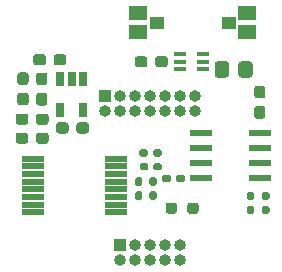
<source format=gbr>
%TF.GenerationSoftware,KiCad,Pcbnew,(5.1.8)-1*%
%TF.CreationDate,2021-11-17T13:18:44-05:00*%
%TF.ProjectId,impedance_measurement,696d7065-6461-46e6-9365-5f6d65617375,rev?*%
%TF.SameCoordinates,Original*%
%TF.FileFunction,Soldermask,Top*%
%TF.FilePolarity,Negative*%
%FSLAX46Y46*%
G04 Gerber Fmt 4.6, Leading zero omitted, Abs format (unit mm)*
G04 Created by KiCad (PCBNEW (5.1.8)-1) date 2021-11-17 13:18:44*
%MOMM*%
%LPD*%
G01*
G04 APERTURE LIST*
%ADD10R,1.000000X0.400000*%
%ADD11R,0.650000X1.220000*%
%ADD12R,1.970000X0.600000*%
%ADD13O,1.000000X1.000000*%
%ADD14R,1.000000X1.000000*%
%ADD15R,1.200000X1.000000*%
%ADD16R,1.500000X1.200000*%
%ADD17R,1.900000X0.480000*%
G04 APERTURE END LIST*
%TO.C,C9*%
G36*
G01*
X132455000Y-105927500D02*
X132455000Y-105452500D01*
G75*
G02*
X132692500Y-105215000I237500J0D01*
G01*
X133292500Y-105215000D01*
G75*
G02*
X133530000Y-105452500I0J-237500D01*
G01*
X133530000Y-105927500D01*
G75*
G02*
X133292500Y-106165000I-237500J0D01*
G01*
X132692500Y-106165000D01*
G75*
G02*
X132455000Y-105927500I0J237500D01*
G01*
G37*
G36*
G01*
X130730000Y-105927500D02*
X130730000Y-105452500D01*
G75*
G02*
X130967500Y-105215000I237500J0D01*
G01*
X131567500Y-105215000D01*
G75*
G02*
X131805000Y-105452500I0J-237500D01*
G01*
X131805000Y-105927500D01*
G75*
G02*
X131567500Y-106165000I-237500J0D01*
G01*
X130967500Y-106165000D01*
G75*
G02*
X130730000Y-105927500I0J237500D01*
G01*
G37*
%TD*%
D10*
%TO.C,S1*%
X136470000Y-105040000D03*
X136470000Y-105690000D03*
X136470000Y-106340000D03*
X134570000Y-106340000D03*
X134570000Y-105690000D03*
X134570000Y-105040000D03*
%TD*%
%TO.C,R11*%
G36*
G01*
X139500000Y-106790001D02*
X139500000Y-105889999D01*
G75*
G02*
X139749999Y-105640000I249999J0D01*
G01*
X140450001Y-105640000D01*
G75*
G02*
X140700000Y-105889999I0J-249999D01*
G01*
X140700000Y-106790001D01*
G75*
G02*
X140450001Y-107040000I-249999J0D01*
G01*
X139749999Y-107040000D01*
G75*
G02*
X139500000Y-106790001I0J249999D01*
G01*
G37*
G36*
G01*
X137500000Y-106790001D02*
X137500000Y-105889999D01*
G75*
G02*
X137749999Y-105640000I249999J0D01*
G01*
X138450001Y-105640000D01*
G75*
G02*
X138700000Y-105889999I0J-249999D01*
G01*
X138700000Y-106790001D01*
G75*
G02*
X138450001Y-107040000I-249999J0D01*
G01*
X137749999Y-107040000D01*
G75*
G02*
X137500000Y-106790001I0J249999D01*
G01*
G37*
%TD*%
%TO.C,C3*%
G36*
G01*
X141082500Y-109445000D02*
X141557500Y-109445000D01*
G75*
G02*
X141795000Y-109682500I0J-237500D01*
G01*
X141795000Y-110282500D01*
G75*
G02*
X141557500Y-110520000I-237500J0D01*
G01*
X141082500Y-110520000D01*
G75*
G02*
X140845000Y-110282500I0J237500D01*
G01*
X140845000Y-109682500D01*
G75*
G02*
X141082500Y-109445000I237500J0D01*
G01*
G37*
G36*
G01*
X141082500Y-107720000D02*
X141557500Y-107720000D01*
G75*
G02*
X141795000Y-107957500I0J-237500D01*
G01*
X141795000Y-108557500D01*
G75*
G02*
X141557500Y-108795000I-237500J0D01*
G01*
X141082500Y-108795000D01*
G75*
G02*
X140845000Y-108557500I0J237500D01*
G01*
X140845000Y-107957500D01*
G75*
G02*
X141082500Y-107720000I237500J0D01*
G01*
G37*
%TD*%
%TO.C,R6*%
G36*
G01*
X132430000Y-116190000D02*
X132110000Y-116190000D01*
G75*
G02*
X131950000Y-116030000I0J160000D01*
G01*
X131950000Y-115635000D01*
G75*
G02*
X132110000Y-115475000I160000J0D01*
G01*
X132430000Y-115475000D01*
G75*
G02*
X132590000Y-115635000I0J-160000D01*
G01*
X132590000Y-116030000D01*
G75*
G02*
X132430000Y-116190000I-160000J0D01*
G01*
G37*
G36*
G01*
X132430000Y-117385000D02*
X132110000Y-117385000D01*
G75*
G02*
X131950000Y-117225000I0J160000D01*
G01*
X131950000Y-116830000D01*
G75*
G02*
X132110000Y-116670000I160000J0D01*
G01*
X132430000Y-116670000D01*
G75*
G02*
X132590000Y-116830000I0J-160000D01*
G01*
X132590000Y-117225000D01*
G75*
G02*
X132430000Y-117385000I-160000J0D01*
G01*
G37*
%TD*%
%TO.C,R5*%
G36*
G01*
X131220000Y-116190000D02*
X130900000Y-116190000D01*
G75*
G02*
X130740000Y-116030000I0J160000D01*
G01*
X130740000Y-115635000D01*
G75*
G02*
X130900000Y-115475000I160000J0D01*
G01*
X131220000Y-115475000D01*
G75*
G02*
X131380000Y-115635000I0J-160000D01*
G01*
X131380000Y-116030000D01*
G75*
G02*
X131220000Y-116190000I-160000J0D01*
G01*
G37*
G36*
G01*
X131220000Y-117385000D02*
X130900000Y-117385000D01*
G75*
G02*
X130740000Y-117225000I0J160000D01*
G01*
X130740000Y-116830000D01*
G75*
G02*
X130900000Y-116670000I160000J0D01*
G01*
X131220000Y-116670000D01*
G75*
G02*
X131380000Y-116830000I0J-160000D01*
G01*
X131380000Y-117225000D01*
G75*
G02*
X131220000Y-117385000I-160000J0D01*
G01*
G37*
%TD*%
%TO.C,R4*%
G36*
G01*
X133770000Y-115410000D02*
X133770000Y-115730000D01*
G75*
G02*
X133610000Y-115890000I-160000J0D01*
G01*
X133215000Y-115890000D01*
G75*
G02*
X133055000Y-115730000I0J160000D01*
G01*
X133055000Y-115410000D01*
G75*
G02*
X133215000Y-115250000I160000J0D01*
G01*
X133610000Y-115250000D01*
G75*
G02*
X133770000Y-115410000I0J-160000D01*
G01*
G37*
G36*
G01*
X134965000Y-115410000D02*
X134965000Y-115730000D01*
G75*
G02*
X134805000Y-115890000I-160000J0D01*
G01*
X134410000Y-115890000D01*
G75*
G02*
X134250000Y-115730000I0J160000D01*
G01*
X134250000Y-115410000D01*
G75*
G02*
X134410000Y-115250000I160000J0D01*
G01*
X134805000Y-115250000D01*
G75*
G02*
X134965000Y-115410000I0J-160000D01*
G01*
G37*
%TD*%
%TO.C,R3*%
G36*
G01*
X131820000Y-113250000D02*
X131820000Y-113570000D01*
G75*
G02*
X131660000Y-113730000I-160000J0D01*
G01*
X131265000Y-113730000D01*
G75*
G02*
X131105000Y-113570000I0J160000D01*
G01*
X131105000Y-113250000D01*
G75*
G02*
X131265000Y-113090000I160000J0D01*
G01*
X131660000Y-113090000D01*
G75*
G02*
X131820000Y-113250000I0J-160000D01*
G01*
G37*
G36*
G01*
X133015000Y-113250000D02*
X133015000Y-113570000D01*
G75*
G02*
X132855000Y-113730000I-160000J0D01*
G01*
X132460000Y-113730000D01*
G75*
G02*
X132300000Y-113570000I0J160000D01*
G01*
X132300000Y-113250000D01*
G75*
G02*
X132460000Y-113090000I160000J0D01*
G01*
X132855000Y-113090000D01*
G75*
G02*
X133015000Y-113250000I0J-160000D01*
G01*
G37*
%TD*%
%TO.C,R2*%
G36*
G01*
X140680000Y-117400000D02*
X140360000Y-117400000D01*
G75*
G02*
X140200000Y-117240000I0J160000D01*
G01*
X140200000Y-116845000D01*
G75*
G02*
X140360000Y-116685000I160000J0D01*
G01*
X140680000Y-116685000D01*
G75*
G02*
X140840000Y-116845000I0J-160000D01*
G01*
X140840000Y-117240000D01*
G75*
G02*
X140680000Y-117400000I-160000J0D01*
G01*
G37*
G36*
G01*
X140680000Y-118595000D02*
X140360000Y-118595000D01*
G75*
G02*
X140200000Y-118435000I0J160000D01*
G01*
X140200000Y-118040000D01*
G75*
G02*
X140360000Y-117880000I160000J0D01*
G01*
X140680000Y-117880000D01*
G75*
G02*
X140840000Y-118040000I0J-160000D01*
G01*
X140840000Y-118435000D01*
G75*
G02*
X140680000Y-118595000I-160000J0D01*
G01*
G37*
%TD*%
%TO.C,R1*%
G36*
G01*
X141660000Y-117880000D02*
X141980000Y-117880000D01*
G75*
G02*
X142140000Y-118040000I0J-160000D01*
G01*
X142140000Y-118435000D01*
G75*
G02*
X141980000Y-118595000I-160000J0D01*
G01*
X141660000Y-118595000D01*
G75*
G02*
X141500000Y-118435000I0J160000D01*
G01*
X141500000Y-118040000D01*
G75*
G02*
X141660000Y-117880000I160000J0D01*
G01*
G37*
G36*
G01*
X141660000Y-116685000D02*
X141980000Y-116685000D01*
G75*
G02*
X142140000Y-116845000I0J-160000D01*
G01*
X142140000Y-117240000D01*
G75*
G02*
X141980000Y-117400000I-160000J0D01*
G01*
X141660000Y-117400000D01*
G75*
G02*
X141500000Y-117240000I0J160000D01*
G01*
X141500000Y-116845000D01*
G75*
G02*
X141660000Y-116685000I160000J0D01*
G01*
G37*
%TD*%
%TO.C,C5*%
G36*
G01*
X131890000Y-114425000D02*
X131890000Y-114735000D01*
G75*
G02*
X131735000Y-114890000I-155000J0D01*
G01*
X131310000Y-114890000D01*
G75*
G02*
X131155000Y-114735000I0J155000D01*
G01*
X131155000Y-114425000D01*
G75*
G02*
X131310000Y-114270000I155000J0D01*
G01*
X131735000Y-114270000D01*
G75*
G02*
X131890000Y-114425000I0J-155000D01*
G01*
G37*
G36*
G01*
X133025000Y-114425000D02*
X133025000Y-114735000D01*
G75*
G02*
X132870000Y-114890000I-155000J0D01*
G01*
X132445000Y-114890000D01*
G75*
G02*
X132290000Y-114735000I0J155000D01*
G01*
X132290000Y-114425000D01*
G75*
G02*
X132445000Y-114270000I155000J0D01*
G01*
X132870000Y-114270000D01*
G75*
G02*
X133025000Y-114425000I0J-155000D01*
G01*
G37*
%TD*%
D11*
%TO.C,U3*%
X126330000Y-109760000D03*
X124430000Y-109760000D03*
X124430000Y-107140000D03*
X125380000Y-107140000D03*
X126330000Y-107140000D03*
%TD*%
D12*
%TO.C,U1*%
X141315000Y-111755000D03*
X141315000Y-113025000D03*
X141315000Y-114295000D03*
X141315000Y-115565000D03*
X136365000Y-115565000D03*
X136365000Y-114295000D03*
X136365000Y-113025000D03*
X136365000Y-111755000D03*
%TD*%
%TO.C,R8*%
G36*
G01*
X134315000Y-117852500D02*
X134315000Y-118327500D01*
G75*
G02*
X134077500Y-118565000I-237500J0D01*
G01*
X133577500Y-118565000D01*
G75*
G02*
X133340000Y-118327500I0J237500D01*
G01*
X133340000Y-117852500D01*
G75*
G02*
X133577500Y-117615000I237500J0D01*
G01*
X134077500Y-117615000D01*
G75*
G02*
X134315000Y-117852500I0J-237500D01*
G01*
G37*
G36*
G01*
X136140000Y-117852500D02*
X136140000Y-118327500D01*
G75*
G02*
X135902500Y-118565000I-237500J0D01*
G01*
X135402500Y-118565000D01*
G75*
G02*
X135165000Y-118327500I0J237500D01*
G01*
X135165000Y-117852500D01*
G75*
G02*
X135402500Y-117615000I237500J0D01*
G01*
X135902500Y-117615000D01*
G75*
G02*
X136140000Y-117852500I0J-237500D01*
G01*
G37*
%TD*%
D13*
%TO.C,J4*%
X134540000Y-122440000D03*
X134540000Y-121170000D03*
X133270000Y-122440000D03*
X133270000Y-121170000D03*
X132000000Y-122440000D03*
X132000000Y-121170000D03*
X130730000Y-122440000D03*
X130730000Y-121170000D03*
X129460000Y-122440000D03*
D14*
X129460000Y-121170000D03*
%TD*%
D13*
%TO.C,J3*%
X135810000Y-109820000D03*
X135810000Y-108550000D03*
X134540000Y-109820000D03*
X134540000Y-108550000D03*
X133270000Y-109820000D03*
X133270000Y-108550000D03*
X132000000Y-109820000D03*
X132000000Y-108550000D03*
X130730000Y-109820000D03*
X130730000Y-108550000D03*
X129460000Y-109820000D03*
X129460000Y-108550000D03*
X128190000Y-109820000D03*
D14*
X128190000Y-108550000D03*
%TD*%
D15*
%TO.C,J2*%
X138670000Y-102400000D03*
D16*
X140260000Y-103200000D03*
X140260000Y-101600000D03*
%TD*%
D15*
%TO.C,J1*%
X132630000Y-102400000D03*
D16*
X131040000Y-101600000D03*
X131040000Y-103200000D03*
%TD*%
%TO.C,FB1*%
G36*
G01*
X123087500Y-107675000D02*
X122612500Y-107675000D01*
G75*
G02*
X122375000Y-107437500I0J237500D01*
G01*
X122375000Y-106837500D01*
G75*
G02*
X122612500Y-106600000I237500J0D01*
G01*
X123087500Y-106600000D01*
G75*
G02*
X123325000Y-106837500I0J-237500D01*
G01*
X123325000Y-107437500D01*
G75*
G02*
X123087500Y-107675000I-237500J0D01*
G01*
G37*
G36*
G01*
X123087500Y-109400000D02*
X122612500Y-109400000D01*
G75*
G02*
X122375000Y-109162500I0J237500D01*
G01*
X122375000Y-108562500D01*
G75*
G02*
X122612500Y-108325000I237500J0D01*
G01*
X123087500Y-108325000D01*
G75*
G02*
X123325000Y-108562500I0J-237500D01*
G01*
X123325000Y-109162500D01*
G75*
G02*
X123087500Y-109400000I-237500J0D01*
G01*
G37*
%TD*%
%TO.C,C8*%
G36*
G01*
X125785000Y-111527500D02*
X125785000Y-111052500D01*
G75*
G02*
X126022500Y-110815000I237500J0D01*
G01*
X126622500Y-110815000D01*
G75*
G02*
X126860000Y-111052500I0J-237500D01*
G01*
X126860000Y-111527500D01*
G75*
G02*
X126622500Y-111765000I-237500J0D01*
G01*
X126022500Y-111765000D01*
G75*
G02*
X125785000Y-111527500I0J237500D01*
G01*
G37*
G36*
G01*
X124060000Y-111527500D02*
X124060000Y-111052500D01*
G75*
G02*
X124297500Y-110815000I237500J0D01*
G01*
X124897500Y-110815000D01*
G75*
G02*
X125135000Y-111052500I0J-237500D01*
G01*
X125135000Y-111527500D01*
G75*
G02*
X124897500Y-111765000I-237500J0D01*
G01*
X124297500Y-111765000D01*
G75*
G02*
X124060000Y-111527500I0J237500D01*
G01*
G37*
%TD*%
%TO.C,C7*%
G36*
G01*
X123855000Y-105767500D02*
X123855000Y-105292500D01*
G75*
G02*
X124092500Y-105055000I237500J0D01*
G01*
X124692500Y-105055000D01*
G75*
G02*
X124930000Y-105292500I0J-237500D01*
G01*
X124930000Y-105767500D01*
G75*
G02*
X124692500Y-106005000I-237500J0D01*
G01*
X124092500Y-106005000D01*
G75*
G02*
X123855000Y-105767500I0J237500D01*
G01*
G37*
G36*
G01*
X122130000Y-105767500D02*
X122130000Y-105292500D01*
G75*
G02*
X122367500Y-105055000I237500J0D01*
G01*
X122967500Y-105055000D01*
G75*
G02*
X123205000Y-105292500I0J-237500D01*
G01*
X123205000Y-105767500D01*
G75*
G02*
X122967500Y-106005000I-237500J0D01*
G01*
X122367500Y-106005000D01*
G75*
G02*
X122130000Y-105767500I0J237500D01*
G01*
G37*
%TD*%
%TO.C,C4*%
G36*
G01*
X122365000Y-112397500D02*
X122365000Y-111922500D01*
G75*
G02*
X122602500Y-111685000I237500J0D01*
G01*
X123202500Y-111685000D01*
G75*
G02*
X123440000Y-111922500I0J-237500D01*
G01*
X123440000Y-112397500D01*
G75*
G02*
X123202500Y-112635000I-237500J0D01*
G01*
X122602500Y-112635000D01*
G75*
G02*
X122365000Y-112397500I0J237500D01*
G01*
G37*
G36*
G01*
X120640000Y-112397500D02*
X120640000Y-111922500D01*
G75*
G02*
X120877500Y-111685000I237500J0D01*
G01*
X121477500Y-111685000D01*
G75*
G02*
X121715000Y-111922500I0J-237500D01*
G01*
X121715000Y-112397500D01*
G75*
G02*
X121477500Y-112635000I-237500J0D01*
G01*
X120877500Y-112635000D01*
G75*
G02*
X120640000Y-112397500I0J237500D01*
G01*
G37*
%TD*%
%TO.C,C2*%
G36*
G01*
X121022500Y-108305000D02*
X121497500Y-108305000D01*
G75*
G02*
X121735000Y-108542500I0J-237500D01*
G01*
X121735000Y-109142500D01*
G75*
G02*
X121497500Y-109380000I-237500J0D01*
G01*
X121022500Y-109380000D01*
G75*
G02*
X120785000Y-109142500I0J237500D01*
G01*
X120785000Y-108542500D01*
G75*
G02*
X121022500Y-108305000I237500J0D01*
G01*
G37*
G36*
G01*
X121022500Y-106580000D02*
X121497500Y-106580000D01*
G75*
G02*
X121735000Y-106817500I0J-237500D01*
G01*
X121735000Y-107417500D01*
G75*
G02*
X121497500Y-107655000I-237500J0D01*
G01*
X121022500Y-107655000D01*
G75*
G02*
X120785000Y-107417500I0J237500D01*
G01*
X120785000Y-106817500D01*
G75*
G02*
X121022500Y-106580000I237500J0D01*
G01*
G37*
%TD*%
%TO.C,C1*%
G36*
G01*
X121715000Y-110312500D02*
X121715000Y-110787500D01*
G75*
G02*
X121477500Y-111025000I-237500J0D01*
G01*
X120877500Y-111025000D01*
G75*
G02*
X120640000Y-110787500I0J237500D01*
G01*
X120640000Y-110312500D01*
G75*
G02*
X120877500Y-110075000I237500J0D01*
G01*
X121477500Y-110075000D01*
G75*
G02*
X121715000Y-110312500I0J-237500D01*
G01*
G37*
G36*
G01*
X123440000Y-110312500D02*
X123440000Y-110787500D01*
G75*
G02*
X123202500Y-111025000I-237500J0D01*
G01*
X122602500Y-111025000D01*
G75*
G02*
X122365000Y-110787500I0J237500D01*
G01*
X122365000Y-110312500D01*
G75*
G02*
X122602500Y-110075000I237500J0D01*
G01*
X123202500Y-110075000D01*
G75*
G02*
X123440000Y-110312500I0J-237500D01*
G01*
G37*
%TD*%
D17*
%TO.C,U2*%
X129115000Y-118435000D03*
X129115000Y-117785000D03*
X129115000Y-117135000D03*
X129115000Y-116485000D03*
X129115000Y-115835000D03*
X129115000Y-115185000D03*
X129115000Y-114535000D03*
X129115000Y-113885000D03*
X122105000Y-113885000D03*
X122105000Y-114535000D03*
X122105000Y-115185000D03*
X122105000Y-115835000D03*
X122105000Y-116485000D03*
X122105000Y-117135000D03*
X122105000Y-117785000D03*
X122105000Y-118435000D03*
%TD*%
M02*

</source>
